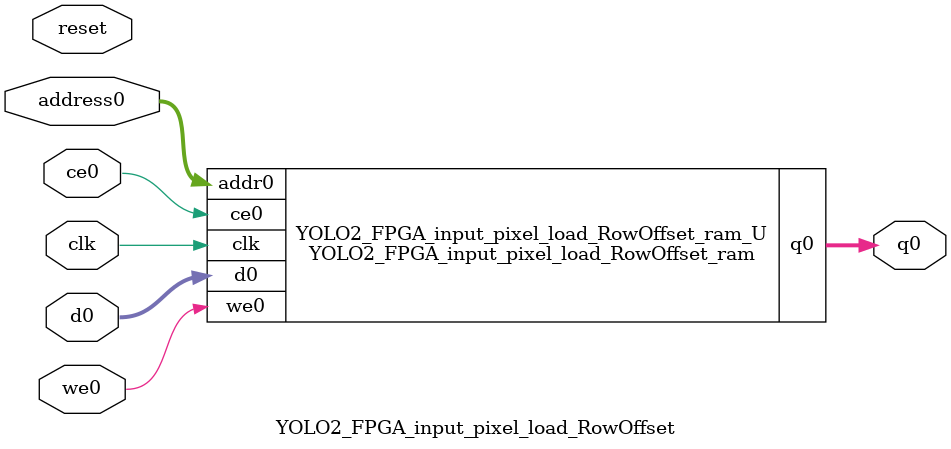
<source format=v>
`timescale 1 ns / 1 ps
module YOLO2_FPGA_input_pixel_load_RowOffset_ram (addr0, ce0, d0, we0, q0,  clk);

parameter DWIDTH = 29;
parameter AWIDTH = 7;
parameter MEM_SIZE = 106;

input[AWIDTH-1:0] addr0;
input ce0;
input[DWIDTH-1:0] d0;
input we0;
output reg[DWIDTH-1:0] q0;
input clk;

reg [DWIDTH-1:0] ram[0:MEM_SIZE-1];




always @(posedge clk)  
begin 
    if (ce0) begin
        if (we0) 
            ram[addr0] <= d0; 
        q0 <= ram[addr0];
    end
end


endmodule

`timescale 1 ns / 1 ps
module YOLO2_FPGA_input_pixel_load_RowOffset(
    reset,
    clk,
    address0,
    ce0,
    we0,
    d0,
    q0);

parameter DataWidth = 32'd29;
parameter AddressRange = 32'd106;
parameter AddressWidth = 32'd7;
input reset;
input clk;
input[AddressWidth - 1:0] address0;
input ce0;
input we0;
input[DataWidth - 1:0] d0;
output[DataWidth - 1:0] q0;



YOLO2_FPGA_input_pixel_load_RowOffset_ram YOLO2_FPGA_input_pixel_load_RowOffset_ram_U(
    .clk( clk ),
    .addr0( address0 ),
    .ce0( ce0 ),
    .we0( we0 ),
    .d0( d0 ),
    .q0( q0 ));

endmodule


</source>
